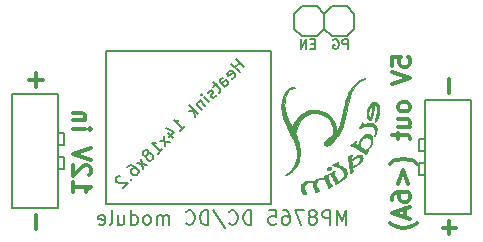
<source format=gbo>
G04 #@! TF.GenerationSoftware,KiCad,Pcbnew,(5.1.5)-1*
G04 #@! TF.CreationDate,2020-06-06T10:03:48+02:00*
G04 #@! TF.ProjectId,MP8765,4d503837-3635-42e6-9b69-6361645f7063,rev?*
G04 #@! TF.SameCoordinates,PXe9a6740PY8f0d180*
G04 #@! TF.FileFunction,Legend,Bot*
G04 #@! TF.FilePolarity,Positive*
%FSLAX45Y45*%
G04 Gerber Fmt 4.5, Leading zero omitted, Abs format (unit mm)*
G04 Created by KiCad (PCBNEW (5.1.5)-1) date 2020-06-06 10:03:48*
%MOMM*%
%LPD*%
G04 APERTURE LIST*
%ADD10C,0.200000*%
%ADD11C,0.150000*%
%ADD12C,0.100000*%
%ADD13C,0.300000*%
G04 APERTURE END LIST*
D10*
X-11611429Y8125714D02*
X-11611429Y8245714D01*
X-11651429Y8160000D01*
X-11691429Y8245714D01*
X-11691429Y8125714D01*
X-11748571Y8125714D02*
X-11748571Y8245714D01*
X-11794286Y8245714D01*
X-11805714Y8240000D01*
X-11811429Y8234286D01*
X-11817143Y8222857D01*
X-11817143Y8205714D01*
X-11811429Y8194286D01*
X-11805714Y8188571D01*
X-11794286Y8182857D01*
X-11748571Y8182857D01*
X-11885714Y8194286D02*
X-11874286Y8200000D01*
X-11868571Y8205714D01*
X-11862857Y8217143D01*
X-11862857Y8222857D01*
X-11868571Y8234286D01*
X-11874286Y8240000D01*
X-11885714Y8245714D01*
X-11908571Y8245714D01*
X-11920000Y8240000D01*
X-11925714Y8234286D01*
X-11931429Y8222857D01*
X-11931429Y8217143D01*
X-11925714Y8205714D01*
X-11920000Y8200000D01*
X-11908571Y8194286D01*
X-11885714Y8194286D01*
X-11874286Y8188571D01*
X-11868571Y8182857D01*
X-11862857Y8171429D01*
X-11862857Y8148571D01*
X-11868571Y8137143D01*
X-11874286Y8131429D01*
X-11885714Y8125714D01*
X-11908571Y8125714D01*
X-11920000Y8131429D01*
X-11925714Y8137143D01*
X-11931429Y8148571D01*
X-11931429Y8171429D01*
X-11925714Y8182857D01*
X-11920000Y8188571D01*
X-11908571Y8194286D01*
X-11971429Y8245714D02*
X-12051429Y8245714D01*
X-12000000Y8125714D01*
X-12148571Y8245714D02*
X-12125714Y8245714D01*
X-12114286Y8240000D01*
X-12108571Y8234286D01*
X-12097143Y8217143D01*
X-12091429Y8194286D01*
X-12091429Y8148571D01*
X-12097143Y8137143D01*
X-12102857Y8131429D01*
X-12114286Y8125714D01*
X-12137143Y8125714D01*
X-12148571Y8131429D01*
X-12154286Y8137143D01*
X-12160000Y8148571D01*
X-12160000Y8177143D01*
X-12154286Y8188571D01*
X-12148571Y8194286D01*
X-12137143Y8200000D01*
X-12114286Y8200000D01*
X-12102857Y8194286D01*
X-12097143Y8188571D01*
X-12091429Y8177143D01*
X-12268571Y8245714D02*
X-12211429Y8245714D01*
X-12205714Y8188571D01*
X-12211429Y8194286D01*
X-12222857Y8200000D01*
X-12251429Y8200000D01*
X-12262857Y8194286D01*
X-12268571Y8188571D01*
X-12274286Y8177143D01*
X-12274286Y8148571D01*
X-12268571Y8137143D01*
X-12262857Y8131429D01*
X-12251429Y8125714D01*
X-12222857Y8125714D01*
X-12211429Y8131429D01*
X-12205714Y8137143D01*
X-12417143Y8125714D02*
X-12417143Y8245714D01*
X-12445714Y8245714D01*
X-12462857Y8240000D01*
X-12474286Y8228571D01*
X-12480000Y8217143D01*
X-12485714Y8194286D01*
X-12485714Y8177143D01*
X-12480000Y8154286D01*
X-12474286Y8142857D01*
X-12462857Y8131429D01*
X-12445714Y8125714D01*
X-12417143Y8125714D01*
X-12605714Y8137143D02*
X-12600000Y8131429D01*
X-12582857Y8125714D01*
X-12571429Y8125714D01*
X-12554286Y8131429D01*
X-12542857Y8142857D01*
X-12537143Y8154286D01*
X-12531429Y8177143D01*
X-12531429Y8194286D01*
X-12537143Y8217143D01*
X-12542857Y8228571D01*
X-12554286Y8240000D01*
X-12571429Y8245714D01*
X-12582857Y8245714D01*
X-12600000Y8240000D01*
X-12605714Y8234286D01*
X-12742857Y8251429D02*
X-12640000Y8097143D01*
X-12782857Y8125714D02*
X-12782857Y8245714D01*
X-12811429Y8245714D01*
X-12828571Y8240000D01*
X-12840000Y8228571D01*
X-12845714Y8217143D01*
X-12851429Y8194286D01*
X-12851429Y8177143D01*
X-12845714Y8154286D01*
X-12840000Y8142857D01*
X-12828571Y8131429D01*
X-12811429Y8125714D01*
X-12782857Y8125714D01*
X-12971429Y8137143D02*
X-12965714Y8131429D01*
X-12948571Y8125714D01*
X-12937143Y8125714D01*
X-12920000Y8131429D01*
X-12908571Y8142857D01*
X-12902857Y8154286D01*
X-12897143Y8177143D01*
X-12897143Y8194286D01*
X-12902857Y8217143D01*
X-12908571Y8228571D01*
X-12920000Y8240000D01*
X-12937143Y8245714D01*
X-12948571Y8245714D01*
X-12965714Y8240000D01*
X-12971429Y8234286D01*
X-13114286Y8125714D02*
X-13114286Y8205714D01*
X-13114286Y8194286D02*
X-13120000Y8200000D01*
X-13131429Y8205714D01*
X-13148571Y8205714D01*
X-13160000Y8200000D01*
X-13165714Y8188571D01*
X-13165714Y8125714D01*
X-13165714Y8188571D02*
X-13171429Y8200000D01*
X-13182857Y8205714D01*
X-13200000Y8205714D01*
X-13211429Y8200000D01*
X-13217143Y8188571D01*
X-13217143Y8125714D01*
X-13291429Y8125714D02*
X-13280000Y8131429D01*
X-13274286Y8137143D01*
X-13268571Y8148571D01*
X-13268571Y8182857D01*
X-13274286Y8194286D01*
X-13280000Y8200000D01*
X-13291429Y8205714D01*
X-13308571Y8205714D01*
X-13320000Y8200000D01*
X-13325714Y8194286D01*
X-13331429Y8182857D01*
X-13331429Y8148571D01*
X-13325714Y8137143D01*
X-13320000Y8131429D01*
X-13308571Y8125714D01*
X-13291429Y8125714D01*
X-13434286Y8125714D02*
X-13434286Y8245714D01*
X-13434286Y8131429D02*
X-13422857Y8125714D01*
X-13400000Y8125714D01*
X-13388571Y8131429D01*
X-13382857Y8137143D01*
X-13377143Y8148571D01*
X-13377143Y8182857D01*
X-13382857Y8194286D01*
X-13388571Y8200000D01*
X-13400000Y8205714D01*
X-13422857Y8205714D01*
X-13434286Y8200000D01*
X-13542857Y8205714D02*
X-13542857Y8125714D01*
X-13491429Y8205714D02*
X-13491429Y8142857D01*
X-13497143Y8131429D01*
X-13508571Y8125714D01*
X-13525714Y8125714D01*
X-13537143Y8131429D01*
X-13542857Y8137143D01*
X-13617143Y8125714D02*
X-13605714Y8131429D01*
X-13600000Y8142857D01*
X-13600000Y8245714D01*
X-13708571Y8131429D02*
X-13697143Y8125714D01*
X-13674286Y8125714D01*
X-13662857Y8131429D01*
X-13657143Y8142857D01*
X-13657143Y8188571D01*
X-13662857Y8200000D01*
X-13674286Y8205714D01*
X-13697143Y8205714D01*
X-13708571Y8200000D01*
X-13714286Y8188571D01*
X-13714286Y8177143D01*
X-13657143Y8165714D01*
D11*
X-13650000Y9600000D02*
X-12250000Y9600000D01*
X-13650000Y8300000D02*
X-13650000Y9600000D01*
X-12250000Y8300000D02*
X-13650000Y8300000D01*
X-12250000Y9600000D02*
X-12250000Y8300000D01*
X-14053000Y8267500D02*
X-14440000Y8267500D01*
X-14440000Y8267500D02*
X-14440000Y9232500D01*
X-14053000Y9232500D02*
X-14440000Y9232500D01*
X-14003000Y8900000D02*
X-14053000Y8900000D01*
X-14003000Y8600000D02*
X-14053000Y8600000D01*
X-14053000Y9232500D02*
X-14053000Y8267500D01*
X-14003000Y8700000D02*
X-14053000Y8700000D01*
X-14003000Y8800000D02*
X-14053000Y8800000D01*
X-14003000Y8600000D02*
X-14003000Y8700000D01*
X-14003000Y8800000D02*
X-14003000Y8900000D01*
X-10997000Y8650000D02*
X-10997000Y8550000D01*
X-10997000Y8850000D02*
X-10997000Y8750000D01*
X-10997000Y8650000D02*
X-10947000Y8650000D01*
X-10997000Y8750000D02*
X-10947000Y8750000D01*
X-10947000Y8217500D02*
X-10947000Y9182500D01*
X-10997000Y8850000D02*
X-10947000Y8850000D01*
X-10997000Y8550000D02*
X-10947000Y8550000D01*
X-10947000Y8217500D02*
X-10560000Y8217500D01*
X-10560000Y9182500D02*
X-10560000Y8217500D01*
X-10947000Y9182500D02*
X-10560000Y9182500D01*
X-11546000Y9913500D02*
X-11609500Y9977000D01*
X-11546000Y9786500D02*
X-11546000Y9913500D01*
X-11609500Y9723000D02*
X-11736500Y9723000D01*
X-11609500Y9977000D02*
X-11736500Y9977000D01*
X-11736500Y9723000D02*
X-11800000Y9786500D01*
X-11546000Y9786500D02*
X-11609500Y9723000D01*
X-11736500Y9977000D02*
X-11800000Y9913500D01*
X-11990500Y9977000D02*
X-12054000Y9913500D01*
X-11800000Y9786500D02*
X-11863500Y9723000D01*
X-11990500Y9723000D02*
X-12054000Y9786500D01*
X-12054000Y9913500D02*
X-12054000Y9786500D01*
X-11863500Y9977000D02*
X-11990500Y9977000D01*
X-11863500Y9723000D02*
X-11990500Y9723000D01*
X-11800000Y9786500D02*
X-11800000Y9913500D01*
X-11800000Y9913500D02*
X-11863500Y9977000D01*
D12*
G36*
X-11369969Y8993209D02*
G01*
X-11366827Y8995560D01*
X-11362917Y9000382D01*
X-11358527Y9007150D01*
X-11353945Y9015342D01*
X-11349458Y9024435D01*
X-11345352Y9033905D01*
X-11341916Y9043230D01*
X-11339435Y9051887D01*
X-11338949Y9054132D01*
X-11337718Y9062701D01*
X-11336859Y9073501D01*
X-11336373Y9085604D01*
X-11336263Y9098079D01*
X-11336531Y9109996D01*
X-11337180Y9120425D01*
X-11338212Y9128436D01*
X-11338766Y9130881D01*
X-11343873Y9144679D01*
X-11350581Y9155082D01*
X-11358908Y9162111D01*
X-11368875Y9165787D01*
X-11371935Y9166215D01*
X-11383639Y9165522D01*
X-11394694Y9161196D01*
X-11405007Y9153326D01*
X-11414485Y9142002D01*
X-11423034Y9127311D01*
X-11430072Y9110700D01*
X-11435774Y9092443D01*
X-11439472Y9074713D01*
X-11441094Y9058162D01*
X-11440568Y9043441D01*
X-11438594Y9033563D01*
X-11434627Y9024711D01*
X-11428963Y9017991D01*
X-11422223Y9013753D01*
X-11415032Y9012348D01*
X-11408011Y9014125D01*
X-11406082Y9015295D01*
X-11400691Y9021123D01*
X-11395874Y9030636D01*
X-11393761Y9037206D01*
X-11413798Y9037206D01*
X-11417506Y9037518D01*
X-11421103Y9041437D01*
X-11421937Y9042922D01*
X-11425097Y9052453D01*
X-11426178Y9064146D01*
X-11425257Y9077081D01*
X-11422415Y9090337D01*
X-11417731Y9102995D01*
X-11416554Y9105425D01*
X-11413133Y9111416D01*
X-11409072Y9117420D01*
X-11404923Y9122766D01*
X-11401237Y9126785D01*
X-11398564Y9128805D01*
X-11397539Y9128564D01*
X-11396731Y9124270D01*
X-11396358Y9117132D01*
X-11396384Y9108040D01*
X-11396775Y9097883D01*
X-11397496Y9087551D01*
X-11398512Y9077934D01*
X-11399788Y9069921D01*
X-11399849Y9069619D01*
X-11403005Y9056707D01*
X-11406448Y9046921D01*
X-11410079Y9040380D01*
X-11413798Y9037206D01*
X-11393761Y9037206D01*
X-11391640Y9043797D01*
X-11388003Y9060570D01*
X-11384971Y9080917D01*
X-11384033Y9089081D01*
X-11381921Y9106333D01*
X-11379670Y9119880D01*
X-11377266Y9129775D01*
X-11374699Y9136072D01*
X-11372992Y9138217D01*
X-11369768Y9138703D01*
X-11365546Y9136382D01*
X-11360981Y9131828D01*
X-11356730Y9125614D01*
X-11355196Y9122647D01*
X-11352079Y9114535D01*
X-11350352Y9106009D01*
X-11350071Y9096581D01*
X-11351288Y9085760D01*
X-11354060Y9073055D01*
X-11358441Y9057977D01*
X-11364394Y9040293D01*
X-11369410Y9024939D01*
X-11372531Y9012644D01*
X-11373788Y9003235D01*
X-11373208Y8996536D01*
X-11372057Y8993850D01*
X-11369969Y8993209D01*
G37*
X-11369969Y8993209D02*
X-11366827Y8995560D01*
X-11362917Y9000382D01*
X-11358527Y9007150D01*
X-11353945Y9015342D01*
X-11349458Y9024435D01*
X-11345352Y9033905D01*
X-11341916Y9043230D01*
X-11339435Y9051887D01*
X-11338949Y9054132D01*
X-11337718Y9062701D01*
X-11336859Y9073501D01*
X-11336373Y9085604D01*
X-11336263Y9098079D01*
X-11336531Y9109996D01*
X-11337180Y9120425D01*
X-11338212Y9128436D01*
X-11338766Y9130881D01*
X-11343873Y9144679D01*
X-11350581Y9155082D01*
X-11358908Y9162111D01*
X-11368875Y9165787D01*
X-11371935Y9166215D01*
X-11383639Y9165522D01*
X-11394694Y9161196D01*
X-11405007Y9153326D01*
X-11414485Y9142002D01*
X-11423034Y9127311D01*
X-11430072Y9110700D01*
X-11435774Y9092443D01*
X-11439472Y9074713D01*
X-11441094Y9058162D01*
X-11440568Y9043441D01*
X-11438594Y9033563D01*
X-11434627Y9024711D01*
X-11428963Y9017991D01*
X-11422223Y9013753D01*
X-11415032Y9012348D01*
X-11408011Y9014125D01*
X-11406082Y9015295D01*
X-11400691Y9021123D01*
X-11395874Y9030636D01*
X-11393761Y9037206D01*
X-11413798Y9037206D01*
X-11417506Y9037518D01*
X-11421103Y9041437D01*
X-11421937Y9042922D01*
X-11425097Y9052453D01*
X-11426178Y9064146D01*
X-11425257Y9077081D01*
X-11422415Y9090337D01*
X-11417731Y9102995D01*
X-11416554Y9105425D01*
X-11413133Y9111416D01*
X-11409072Y9117420D01*
X-11404923Y9122766D01*
X-11401237Y9126785D01*
X-11398564Y9128805D01*
X-11397539Y9128564D01*
X-11396731Y9124270D01*
X-11396358Y9117132D01*
X-11396384Y9108040D01*
X-11396775Y9097883D01*
X-11397496Y9087551D01*
X-11398512Y9077934D01*
X-11399788Y9069921D01*
X-11399849Y9069619D01*
X-11403005Y9056707D01*
X-11406448Y9046921D01*
X-11410079Y9040380D01*
X-11413798Y9037206D01*
X-11393761Y9037206D01*
X-11391640Y9043797D01*
X-11388003Y9060570D01*
X-11384971Y9080917D01*
X-11384033Y9089081D01*
X-11381921Y9106333D01*
X-11379670Y9119880D01*
X-11377266Y9129775D01*
X-11374699Y9136072D01*
X-11372992Y9138217D01*
X-11369768Y9138703D01*
X-11365546Y9136382D01*
X-11360981Y9131828D01*
X-11356730Y9125614D01*
X-11355196Y9122647D01*
X-11352079Y9114535D01*
X-11350352Y9106009D01*
X-11350071Y9096581D01*
X-11351288Y9085760D01*
X-11354060Y9073055D01*
X-11358441Y9057977D01*
X-11364394Y9040293D01*
X-11369410Y9024939D01*
X-11372531Y9012644D01*
X-11373788Y9003235D01*
X-11373208Y8996536D01*
X-11372057Y8993850D01*
X-11369969Y8993209D01*
G36*
X-11375140Y8877166D02*
G01*
X-11373193Y8878432D01*
X-11372943Y8878637D01*
X-11367951Y8884734D01*
X-11363721Y8893702D01*
X-11360393Y8904697D01*
X-11358108Y8916880D01*
X-11357007Y8929409D01*
X-11357231Y8941441D01*
X-11358920Y8952137D01*
X-11360021Y8955803D01*
X-11363265Y8962185D01*
X-11368329Y8969174D01*
X-11371742Y8972936D01*
X-11381644Y8980806D01*
X-11392780Y8985683D01*
X-11405430Y8987597D01*
X-11419874Y8986579D01*
X-11436391Y8982659D01*
X-11442378Y8980722D01*
X-11452955Y8977212D01*
X-11460632Y8975086D01*
X-11466023Y8974388D01*
X-11469746Y8975165D01*
X-11472416Y8977463D01*
X-11474649Y8981328D01*
X-11475497Y8983185D01*
X-11477906Y8988075D01*
X-11479882Y8991133D01*
X-11480566Y8991650D01*
X-11481783Y8990074D01*
X-11484216Y8985829D01*
X-11487506Y8979640D01*
X-11491296Y8972230D01*
X-11495228Y8964322D01*
X-11498941Y8956641D01*
X-11502079Y8949909D01*
X-11504283Y8944851D01*
X-11505195Y8942190D01*
X-11505167Y8941971D01*
X-11503236Y8942355D01*
X-11498540Y8943853D01*
X-11491821Y8946215D01*
X-11485164Y8948683D01*
X-11471285Y8953760D01*
X-11459876Y8957447D01*
X-11450001Y8959950D01*
X-11440723Y8961474D01*
X-11431105Y8962225D01*
X-11422622Y8962406D01*
X-11413539Y8962370D01*
X-11407149Y8962038D01*
X-11402383Y8961211D01*
X-11398175Y8959693D01*
X-11393455Y8957285D01*
X-11392655Y8956844D01*
X-11382694Y8949417D01*
X-11375374Y8939876D01*
X-11371180Y8928891D01*
X-11370762Y8926599D01*
X-11370446Y8920063D01*
X-11370899Y8910892D01*
X-11372022Y8900112D01*
X-11373721Y8888751D01*
X-11374886Y8882526D01*
X-11375602Y8878324D01*
X-11375140Y8877166D01*
G37*
X-11375140Y8877166D02*
X-11373193Y8878432D01*
X-11372943Y8878637D01*
X-11367951Y8884734D01*
X-11363721Y8893702D01*
X-11360393Y8904697D01*
X-11358108Y8916880D01*
X-11357007Y8929409D01*
X-11357231Y8941441D01*
X-11358920Y8952137D01*
X-11360021Y8955803D01*
X-11363265Y8962185D01*
X-11368329Y8969174D01*
X-11371742Y8972936D01*
X-11381644Y8980806D01*
X-11392780Y8985683D01*
X-11405430Y8987597D01*
X-11419874Y8986579D01*
X-11436391Y8982659D01*
X-11442378Y8980722D01*
X-11452955Y8977212D01*
X-11460632Y8975086D01*
X-11466023Y8974388D01*
X-11469746Y8975165D01*
X-11472416Y8977463D01*
X-11474649Y8981328D01*
X-11475497Y8983185D01*
X-11477906Y8988075D01*
X-11479882Y8991133D01*
X-11480566Y8991650D01*
X-11481783Y8990074D01*
X-11484216Y8985829D01*
X-11487506Y8979640D01*
X-11491296Y8972230D01*
X-11495228Y8964322D01*
X-11498941Y8956641D01*
X-11502079Y8949909D01*
X-11504283Y8944851D01*
X-11505195Y8942190D01*
X-11505167Y8941971D01*
X-11503236Y8942355D01*
X-11498540Y8943853D01*
X-11491821Y8946215D01*
X-11485164Y8948683D01*
X-11471285Y8953760D01*
X-11459876Y8957447D01*
X-11450001Y8959950D01*
X-11440723Y8961474D01*
X-11431105Y8962225D01*
X-11422622Y8962406D01*
X-11413539Y8962370D01*
X-11407149Y8962038D01*
X-11402383Y8961211D01*
X-11398175Y8959693D01*
X-11393455Y8957285D01*
X-11392655Y8956844D01*
X-11382694Y8949417D01*
X-11375374Y8939876D01*
X-11371180Y8928891D01*
X-11370762Y8926599D01*
X-11370446Y8920063D01*
X-11370899Y8910892D01*
X-11372022Y8900112D01*
X-11373721Y8888751D01*
X-11374886Y8882526D01*
X-11375602Y8878324D01*
X-11375140Y8877166D01*
G36*
X-11447032Y8719808D02*
G01*
X-11445500Y8721718D01*
X-11442620Y8726060D01*
X-11438930Y8732011D01*
X-11437691Y8734080D01*
X-11433757Y8740996D01*
X-11431742Y8745431D01*
X-11431427Y8747997D01*
X-11432282Y8749137D01*
X-11435324Y8750606D01*
X-11436208Y8750793D01*
X-11435602Y8752036D01*
X-11432842Y8755339D01*
X-11428906Y8759604D01*
X-11452073Y8759604D01*
X-11474029Y8771676D01*
X-11483551Y8777148D01*
X-11490889Y8781856D01*
X-11495611Y8785503D01*
X-11497233Y8787511D01*
X-11498251Y8794040D01*
X-11498085Y8802865D01*
X-11496842Y8812749D01*
X-11494628Y8822453D01*
X-11494054Y8824339D01*
X-11488115Y8838144D01*
X-11480163Y8849387D01*
X-11470584Y8857867D01*
X-11459761Y8863380D01*
X-11448079Y8865726D01*
X-11435922Y8864701D01*
X-11424886Y8860727D01*
X-11414633Y8853799D01*
X-11407511Y8844951D01*
X-11403592Y8834451D01*
X-11402946Y8822567D01*
X-11405644Y8809568D01*
X-11409106Y8800898D01*
X-11416397Y8788510D01*
X-11425737Y8777350D01*
X-11436215Y8768414D01*
X-11441989Y8764884D01*
X-11452073Y8759604D01*
X-11428906Y8759604D01*
X-11428441Y8760109D01*
X-11425860Y8762782D01*
X-11411847Y8779443D01*
X-11401462Y8797091D01*
X-11394692Y8815749D01*
X-11391528Y8835441D01*
X-11391371Y8838311D01*
X-11391378Y8851245D01*
X-11392653Y8861016D01*
X-11393407Y8863769D01*
X-11398862Y8875205D01*
X-11406708Y8884061D01*
X-11416402Y8890114D01*
X-11427401Y8893140D01*
X-11439163Y8892915D01*
X-11451144Y8889215D01*
X-11452993Y8888312D01*
X-11463713Y8881106D01*
X-11474346Y8870854D01*
X-11484440Y8858259D01*
X-11493539Y8844021D01*
X-11501189Y8828840D01*
X-11506936Y8813417D01*
X-11510028Y8800381D01*
X-11511325Y8792555D01*
X-11521469Y8798500D01*
X-11528934Y8803669D01*
X-11533292Y8809097D01*
X-11535041Y8815816D01*
X-11534685Y8824855D01*
X-11534602Y8825537D01*
X-11533255Y8836324D01*
X-11547277Y8823004D01*
X-11554428Y8816611D01*
X-11561855Y8810628D01*
X-11568392Y8805970D01*
X-11570928Y8804443D01*
X-11575936Y8801434D01*
X-11579090Y8798984D01*
X-11579714Y8797840D01*
X-11577489Y8796819D01*
X-11572876Y8795849D01*
X-11570586Y8795543D01*
X-11567386Y8794842D01*
X-11563157Y8793245D01*
X-11557543Y8790558D01*
X-11550186Y8786590D01*
X-11540730Y8781148D01*
X-11528818Y8774040D01*
X-11514569Y8765366D01*
X-11502146Y8757755D01*
X-11490455Y8750594D01*
X-11479969Y8744171D01*
X-11471162Y8738776D01*
X-11464505Y8734700D01*
X-11460472Y8732231D01*
X-11459956Y8731916D01*
X-11455003Y8728201D01*
X-11451295Y8724229D01*
X-11450735Y8723337D01*
X-11448569Y8720392D01*
X-11447032Y8719808D01*
G37*
X-11447032Y8719808D02*
X-11445500Y8721718D01*
X-11442620Y8726060D01*
X-11438930Y8732011D01*
X-11437691Y8734080D01*
X-11433757Y8740996D01*
X-11431742Y8745431D01*
X-11431427Y8747997D01*
X-11432282Y8749137D01*
X-11435324Y8750606D01*
X-11436208Y8750793D01*
X-11435602Y8752036D01*
X-11432842Y8755339D01*
X-11428906Y8759604D01*
X-11452073Y8759604D01*
X-11474029Y8771676D01*
X-11483551Y8777148D01*
X-11490889Y8781856D01*
X-11495611Y8785503D01*
X-11497233Y8787511D01*
X-11498251Y8794040D01*
X-11498085Y8802865D01*
X-11496842Y8812749D01*
X-11494628Y8822453D01*
X-11494054Y8824339D01*
X-11488115Y8838144D01*
X-11480163Y8849387D01*
X-11470584Y8857867D01*
X-11459761Y8863380D01*
X-11448079Y8865726D01*
X-11435922Y8864701D01*
X-11424886Y8860727D01*
X-11414633Y8853799D01*
X-11407511Y8844951D01*
X-11403592Y8834451D01*
X-11402946Y8822567D01*
X-11405644Y8809568D01*
X-11409106Y8800898D01*
X-11416397Y8788510D01*
X-11425737Y8777350D01*
X-11436215Y8768414D01*
X-11441989Y8764884D01*
X-11452073Y8759604D01*
X-11428906Y8759604D01*
X-11428441Y8760109D01*
X-11425860Y8762782D01*
X-11411847Y8779443D01*
X-11401462Y8797091D01*
X-11394692Y8815749D01*
X-11391528Y8835441D01*
X-11391371Y8838311D01*
X-11391378Y8851245D01*
X-11392653Y8861016D01*
X-11393407Y8863769D01*
X-11398862Y8875205D01*
X-11406708Y8884061D01*
X-11416402Y8890114D01*
X-11427401Y8893140D01*
X-11439163Y8892915D01*
X-11451144Y8889215D01*
X-11452993Y8888312D01*
X-11463713Y8881106D01*
X-11474346Y8870854D01*
X-11484440Y8858259D01*
X-11493539Y8844021D01*
X-11501189Y8828840D01*
X-11506936Y8813417D01*
X-11510028Y8800381D01*
X-11511325Y8792555D01*
X-11521469Y8798500D01*
X-11528934Y8803669D01*
X-11533292Y8809097D01*
X-11535041Y8815816D01*
X-11534685Y8824855D01*
X-11534602Y8825537D01*
X-11533255Y8836324D01*
X-11547277Y8823004D01*
X-11554428Y8816611D01*
X-11561855Y8810628D01*
X-11568392Y8805970D01*
X-11570928Y8804443D01*
X-11575936Y8801434D01*
X-11579090Y8798984D01*
X-11579714Y8797840D01*
X-11577489Y8796819D01*
X-11572876Y8795849D01*
X-11570586Y8795543D01*
X-11567386Y8794842D01*
X-11563157Y8793245D01*
X-11557543Y8790558D01*
X-11550186Y8786590D01*
X-11540730Y8781148D01*
X-11528818Y8774040D01*
X-11514569Y8765366D01*
X-11502146Y8757755D01*
X-11490455Y8750594D01*
X-11479969Y8744171D01*
X-11471162Y8738776D01*
X-11464505Y8734700D01*
X-11460472Y8732231D01*
X-11459956Y8731916D01*
X-11455003Y8728201D01*
X-11451295Y8724229D01*
X-11450735Y8723337D01*
X-11448569Y8720392D01*
X-11447032Y8719808D01*
G36*
X-12127916Y8545741D02*
G01*
X-12124343Y8546753D01*
X-12118369Y8549522D01*
X-12110674Y8553645D01*
X-12101941Y8558717D01*
X-12092848Y8564335D01*
X-12084077Y8570097D01*
X-12076309Y8575600D01*
X-12072337Y8578669D01*
X-12054625Y8594572D01*
X-12040258Y8611126D01*
X-12028821Y8628966D01*
X-12019897Y8648726D01*
X-12014019Y8667338D01*
X-12012210Y8674577D01*
X-12010859Y8681277D01*
X-12009880Y8688263D01*
X-12009185Y8696364D01*
X-12008686Y8706406D01*
X-12008297Y8719218D01*
X-12008224Y8722198D01*
X-12008028Y8744064D01*
X-12008607Y8763223D01*
X-12010033Y8780666D01*
X-12012380Y8797382D01*
X-12014571Y8808995D01*
X-12017597Y8822071D01*
X-12021651Y8837328D01*
X-12026349Y8853462D01*
X-12031310Y8869164D01*
X-12036149Y8883128D01*
X-12036798Y8884879D01*
X-12043425Y8902574D01*
X-12038825Y8919361D01*
X-12029203Y8948510D01*
X-12016985Y8975058D01*
X-12002037Y8999247D01*
X-11984224Y9021322D01*
X-11980515Y9025285D01*
X-11962630Y9041887D01*
X-11944182Y9054828D01*
X-11925020Y9064145D01*
X-11904989Y9069874D01*
X-11883936Y9072052D01*
X-11861710Y9070714D01*
X-11838156Y9065896D01*
X-11825259Y9062004D01*
X-11807792Y9055175D01*
X-11792917Y9046962D01*
X-11779528Y9036669D01*
X-11769873Y9027247D01*
X-11754985Y9008791D01*
X-11743131Y8988371D01*
X-11734508Y8966453D01*
X-11729316Y8943502D01*
X-11727890Y8928622D01*
X-11727670Y8916328D01*
X-11728124Y8905434D01*
X-11729204Y8897093D01*
X-11729218Y8897025D01*
X-11731486Y8886123D01*
X-11753443Y8869892D01*
X-11769723Y8857151D01*
X-11783029Y8845227D01*
X-11793247Y8834250D01*
X-11800267Y8824348D01*
X-11803974Y8815650D01*
X-11804563Y8811188D01*
X-11803271Y8807302D01*
X-11799995Y8802500D01*
X-11798166Y8800493D01*
X-11792581Y8796138D01*
X-11786515Y8794204D01*
X-11779310Y8794693D01*
X-11770304Y8797609D01*
X-11763465Y8800667D01*
X-11744848Y8811516D01*
X-11728886Y8824887D01*
X-11715765Y8840603D01*
X-11707875Y8853870D01*
X-11703898Y8860137D01*
X-11697677Y8867979D01*
X-11689875Y8876586D01*
X-11686311Y8880211D01*
X-11672950Y8894787D01*
X-11662357Y8909558D01*
X-11653742Y8925764D01*
X-11647430Y8941478D01*
X-11644634Y8949512D01*
X-11642116Y8957300D01*
X-11639743Y8965379D01*
X-11637380Y8974285D01*
X-11634895Y8984554D01*
X-11632154Y8996724D01*
X-11629023Y9011329D01*
X-11625369Y9028907D01*
X-11623941Y9035867D01*
X-11616967Y9069539D01*
X-11610526Y9099758D01*
X-11604544Y9126782D01*
X-11598945Y9150871D01*
X-11593655Y9172285D01*
X-11588600Y9191283D01*
X-11583705Y9208124D01*
X-11578896Y9223068D01*
X-11574097Y9236376D01*
X-11569235Y9248305D01*
X-11564234Y9259116D01*
X-11559021Y9269069D01*
X-11554918Y9276141D01*
X-11541674Y9296145D01*
X-11527934Y9312910D01*
X-11513146Y9326959D01*
X-11496762Y9338815D01*
X-11478565Y9348840D01*
X-11470443Y9352866D01*
X-11463283Y9356594D01*
X-11457951Y9359563D01*
X-11455548Y9361108D01*
X-11453044Y9363283D01*
X-11453788Y9364021D01*
X-11456630Y9364125D01*
X-11461707Y9363411D01*
X-11469181Y9361407D01*
X-11478056Y9358451D01*
X-11487337Y9354880D01*
X-11496028Y9351032D01*
X-11497881Y9350123D01*
X-11520816Y9336519D01*
X-11541608Y9319837D01*
X-11560212Y9300127D01*
X-11576580Y9277437D01*
X-11588149Y9256941D01*
X-11595171Y9242007D01*
X-11601699Y9225915D01*
X-11607884Y9208189D01*
X-11613874Y9188353D01*
X-11619819Y9165930D01*
X-11625869Y9140445D01*
X-11628620Y9128059D01*
X-11632610Y9110104D01*
X-11636934Y9091261D01*
X-11641466Y9072021D01*
X-11646084Y9052880D01*
X-11650663Y9034330D01*
X-11655081Y9016866D01*
X-11659212Y9000981D01*
X-11662934Y8987168D01*
X-11666123Y8975922D01*
X-11668656Y8967735D01*
X-11669162Y8966252D01*
X-11675067Y8951011D01*
X-11681342Y8937681D01*
X-11687624Y8926997D01*
X-11690448Y8923134D01*
X-11694832Y8917645D01*
X-11696037Y8931600D01*
X-11699708Y8953612D01*
X-11706983Y8976523D01*
X-11713199Y8990942D01*
X-11726260Y9014801D01*
X-11741505Y9035659D01*
X-11759018Y9053575D01*
X-11778882Y9068613D01*
X-11801182Y9080834D01*
X-11826000Y9090300D01*
X-11853421Y9097072D01*
X-11857961Y9097894D01*
X-11883424Y9100529D01*
X-11907985Y9099536D01*
X-11931540Y9094962D01*
X-11953984Y9086856D01*
X-11975213Y9075268D01*
X-11995122Y9060245D01*
X-12013607Y9041836D01*
X-12030562Y9020091D01*
X-12032986Y9016515D01*
X-12043255Y8999775D01*
X-12052473Y8982203D01*
X-12059976Y8965125D01*
X-12063192Y8956237D01*
X-12064505Y8952190D01*
X-12065601Y8949530D01*
X-12066794Y8948542D01*
X-12068398Y8949511D01*
X-12070727Y8952722D01*
X-12074094Y8958460D01*
X-12078813Y8967009D01*
X-12082519Y8973778D01*
X-12095353Y8997751D01*
X-12106105Y9019149D01*
X-12114945Y9038411D01*
X-12122046Y9055975D01*
X-12127577Y9072281D01*
X-12131710Y9087767D01*
X-12134615Y9102873D01*
X-12135626Y9110136D01*
X-12137608Y9139772D01*
X-12136079Y9168179D01*
X-12131007Y9195567D01*
X-12122358Y9222147D01*
X-12115276Y9238126D01*
X-12106812Y9253137D01*
X-12097709Y9264609D01*
X-12087694Y9272750D01*
X-12076496Y9277765D01*
X-12063843Y9279860D01*
X-12060246Y9279953D01*
X-12053949Y9280400D01*
X-12051192Y9281762D01*
X-12051037Y9282357D01*
X-12051738Y9284386D01*
X-12054313Y9285888D01*
X-12059468Y9287155D01*
X-12064637Y9288007D01*
X-12074837Y9288007D01*
X-12086148Y9285493D01*
X-12097271Y9280843D01*
X-12104158Y9276583D01*
X-12115044Y9266765D01*
X-12125441Y9253665D01*
X-12135108Y9237756D01*
X-12143804Y9219510D01*
X-12151286Y9199402D01*
X-12157313Y9177902D01*
X-12159329Y9168684D01*
X-12160739Y9158538D01*
X-12161595Y9145571D01*
X-12161921Y9130680D01*
X-12161739Y9114765D01*
X-12161072Y9098721D01*
X-12159942Y9083447D01*
X-12158374Y9069841D01*
X-12156552Y9059519D01*
X-12152676Y9043865D01*
X-12147877Y9027933D01*
X-12141973Y9011284D01*
X-12134781Y8993474D01*
X-12126117Y8974064D01*
X-12115800Y8952612D01*
X-12103647Y8928676D01*
X-12097579Y8917070D01*
X-12086823Y8896564D01*
X-12077699Y8878921D01*
X-12070025Y8863707D01*
X-12063621Y8850489D01*
X-12058303Y8838831D01*
X-12053891Y8828301D01*
X-12050203Y8818465D01*
X-12047057Y8808888D01*
X-12044272Y8799137D01*
X-12041666Y8788778D01*
X-12039057Y8777376D01*
X-12039010Y8777163D01*
X-12033634Y8746677D01*
X-12031456Y8718130D01*
X-12032511Y8691421D01*
X-12036833Y8666451D01*
X-12044458Y8643118D01*
X-12055419Y8621323D01*
X-12069752Y8600966D01*
X-12087492Y8581946D01*
X-12108673Y8564165D01*
X-12114537Y8559882D01*
X-12122605Y8553963D01*
X-12127639Y8549795D01*
X-12129824Y8547181D01*
X-12129348Y8545925D01*
X-12127916Y8545741D01*
G37*
X-12127916Y8545741D02*
X-12124343Y8546753D01*
X-12118369Y8549522D01*
X-12110674Y8553645D01*
X-12101941Y8558717D01*
X-12092848Y8564335D01*
X-12084077Y8570097D01*
X-12076309Y8575600D01*
X-12072337Y8578669D01*
X-12054625Y8594572D01*
X-12040258Y8611126D01*
X-12028821Y8628966D01*
X-12019897Y8648726D01*
X-12014019Y8667338D01*
X-12012210Y8674577D01*
X-12010859Y8681277D01*
X-12009880Y8688263D01*
X-12009185Y8696364D01*
X-12008686Y8706406D01*
X-12008297Y8719218D01*
X-12008224Y8722198D01*
X-12008028Y8744064D01*
X-12008607Y8763223D01*
X-12010033Y8780666D01*
X-12012380Y8797382D01*
X-12014571Y8808995D01*
X-12017597Y8822071D01*
X-12021651Y8837328D01*
X-12026349Y8853462D01*
X-12031310Y8869164D01*
X-12036149Y8883128D01*
X-12036798Y8884879D01*
X-12043425Y8902574D01*
X-12038825Y8919361D01*
X-12029203Y8948510D01*
X-12016985Y8975058D01*
X-12002037Y8999247D01*
X-11984224Y9021322D01*
X-11980515Y9025285D01*
X-11962630Y9041887D01*
X-11944182Y9054828D01*
X-11925020Y9064145D01*
X-11904989Y9069874D01*
X-11883936Y9072052D01*
X-11861710Y9070714D01*
X-11838156Y9065896D01*
X-11825259Y9062004D01*
X-11807792Y9055175D01*
X-11792917Y9046962D01*
X-11779528Y9036669D01*
X-11769873Y9027247D01*
X-11754985Y9008791D01*
X-11743131Y8988371D01*
X-11734508Y8966453D01*
X-11729316Y8943502D01*
X-11727890Y8928622D01*
X-11727670Y8916328D01*
X-11728124Y8905434D01*
X-11729204Y8897093D01*
X-11729218Y8897025D01*
X-11731486Y8886123D01*
X-11753443Y8869892D01*
X-11769723Y8857151D01*
X-11783029Y8845227D01*
X-11793247Y8834250D01*
X-11800267Y8824348D01*
X-11803974Y8815650D01*
X-11804563Y8811188D01*
X-11803271Y8807302D01*
X-11799995Y8802500D01*
X-11798166Y8800493D01*
X-11792581Y8796138D01*
X-11786515Y8794204D01*
X-11779310Y8794693D01*
X-11770304Y8797609D01*
X-11763465Y8800667D01*
X-11744848Y8811516D01*
X-11728886Y8824887D01*
X-11715765Y8840603D01*
X-11707875Y8853870D01*
X-11703898Y8860137D01*
X-11697677Y8867979D01*
X-11689875Y8876586D01*
X-11686311Y8880211D01*
X-11672950Y8894787D01*
X-11662357Y8909558D01*
X-11653742Y8925764D01*
X-11647430Y8941478D01*
X-11644634Y8949512D01*
X-11642116Y8957300D01*
X-11639743Y8965379D01*
X-11637380Y8974285D01*
X-11634895Y8984554D01*
X-11632154Y8996724D01*
X-11629023Y9011329D01*
X-11625369Y9028907D01*
X-11623941Y9035867D01*
X-11616967Y9069539D01*
X-11610526Y9099758D01*
X-11604544Y9126782D01*
X-11598945Y9150871D01*
X-11593655Y9172285D01*
X-11588600Y9191283D01*
X-11583705Y9208124D01*
X-11578896Y9223068D01*
X-11574097Y9236376D01*
X-11569235Y9248305D01*
X-11564234Y9259116D01*
X-11559021Y9269069D01*
X-11554918Y9276141D01*
X-11541674Y9296145D01*
X-11527934Y9312910D01*
X-11513146Y9326959D01*
X-11496762Y9338815D01*
X-11478565Y9348840D01*
X-11470443Y9352866D01*
X-11463283Y9356594D01*
X-11457951Y9359563D01*
X-11455548Y9361108D01*
X-11453044Y9363283D01*
X-11453788Y9364021D01*
X-11456630Y9364125D01*
X-11461707Y9363411D01*
X-11469181Y9361407D01*
X-11478056Y9358451D01*
X-11487337Y9354880D01*
X-11496028Y9351032D01*
X-11497881Y9350123D01*
X-11520816Y9336519D01*
X-11541608Y9319837D01*
X-11560212Y9300127D01*
X-11576580Y9277437D01*
X-11588149Y9256941D01*
X-11595171Y9242007D01*
X-11601699Y9225915D01*
X-11607884Y9208189D01*
X-11613874Y9188353D01*
X-11619819Y9165930D01*
X-11625869Y9140445D01*
X-11628620Y9128059D01*
X-11632610Y9110104D01*
X-11636934Y9091261D01*
X-11641466Y9072021D01*
X-11646084Y9052880D01*
X-11650663Y9034330D01*
X-11655081Y9016866D01*
X-11659212Y9000981D01*
X-11662934Y8987168D01*
X-11666123Y8975922D01*
X-11668656Y8967735D01*
X-11669162Y8966252D01*
X-11675067Y8951011D01*
X-11681342Y8937681D01*
X-11687624Y8926997D01*
X-11690448Y8923134D01*
X-11694832Y8917645D01*
X-11696037Y8931600D01*
X-11699708Y8953612D01*
X-11706983Y8976523D01*
X-11713199Y8990942D01*
X-11726260Y9014801D01*
X-11741505Y9035659D01*
X-11759018Y9053575D01*
X-11778882Y9068613D01*
X-11801182Y9080834D01*
X-11826000Y9090300D01*
X-11853421Y9097072D01*
X-11857961Y9097894D01*
X-11883424Y9100529D01*
X-11907985Y9099536D01*
X-11931540Y9094962D01*
X-11953984Y9086856D01*
X-11975213Y9075268D01*
X-11995122Y9060245D01*
X-12013607Y9041836D01*
X-12030562Y9020091D01*
X-12032986Y9016515D01*
X-12043255Y8999775D01*
X-12052473Y8982203D01*
X-12059976Y8965125D01*
X-12063192Y8956237D01*
X-12064505Y8952190D01*
X-12065601Y8949530D01*
X-12066794Y8948542D01*
X-12068398Y8949511D01*
X-12070727Y8952722D01*
X-12074094Y8958460D01*
X-12078813Y8967009D01*
X-12082519Y8973778D01*
X-12095353Y8997751D01*
X-12106105Y9019149D01*
X-12114945Y9038411D01*
X-12122046Y9055975D01*
X-12127577Y9072281D01*
X-12131710Y9087767D01*
X-12134615Y9102873D01*
X-12135626Y9110136D01*
X-12137608Y9139772D01*
X-12136079Y9168179D01*
X-12131007Y9195567D01*
X-12122358Y9222147D01*
X-12115276Y9238126D01*
X-12106812Y9253137D01*
X-12097709Y9264609D01*
X-12087694Y9272750D01*
X-12076496Y9277765D01*
X-12063843Y9279860D01*
X-12060246Y9279953D01*
X-12053949Y9280400D01*
X-12051192Y9281762D01*
X-12051037Y9282357D01*
X-12051738Y9284386D01*
X-12054313Y9285888D01*
X-12059468Y9287155D01*
X-12064637Y9288007D01*
X-12074837Y9288007D01*
X-12086148Y9285493D01*
X-12097271Y9280843D01*
X-12104158Y9276583D01*
X-12115044Y9266765D01*
X-12125441Y9253665D01*
X-12135108Y9237756D01*
X-12143804Y9219510D01*
X-12151286Y9199402D01*
X-12157313Y9177902D01*
X-12159329Y9168684D01*
X-12160739Y9158538D01*
X-12161595Y9145571D01*
X-12161921Y9130680D01*
X-12161739Y9114765D01*
X-12161072Y9098721D01*
X-12159942Y9083447D01*
X-12158374Y9069841D01*
X-12156552Y9059519D01*
X-12152676Y9043865D01*
X-12147877Y9027933D01*
X-12141973Y9011284D01*
X-12134781Y8993474D01*
X-12126117Y8974064D01*
X-12115800Y8952612D01*
X-12103647Y8928676D01*
X-12097579Y8917070D01*
X-12086823Y8896564D01*
X-12077699Y8878921D01*
X-12070025Y8863707D01*
X-12063621Y8850489D01*
X-12058303Y8838831D01*
X-12053891Y8828301D01*
X-12050203Y8818465D01*
X-12047057Y8808888D01*
X-12044272Y8799137D01*
X-12041666Y8788778D01*
X-12039057Y8777376D01*
X-12039010Y8777163D01*
X-12033634Y8746677D01*
X-12031456Y8718130D01*
X-12032511Y8691421D01*
X-12036833Y8666451D01*
X-12044458Y8643118D01*
X-12055419Y8621323D01*
X-12069752Y8600966D01*
X-12087492Y8581946D01*
X-12108673Y8564165D01*
X-12114537Y8559882D01*
X-12122605Y8553963D01*
X-12127639Y8549795D01*
X-12129824Y8547181D01*
X-12129348Y8545925D01*
X-12127916Y8545741D01*
G36*
X-11581395Y8559021D02*
G01*
X-11579771Y8559841D01*
X-11576200Y8562759D01*
X-11571378Y8567194D01*
X-11570103Y8568429D01*
X-11559632Y8578667D01*
X-11560872Y8594578D01*
X-11561476Y8602034D01*
X-11562008Y8608046D01*
X-11562378Y8611630D01*
X-11562452Y8612124D01*
X-11560931Y8613341D01*
X-11556574Y8615212D01*
X-11550181Y8617414D01*
X-11546865Y8618423D01*
X-11538105Y8621368D01*
X-11562330Y8621368D01*
X-11563147Y8621668D01*
X-11563853Y8623837D01*
X-11564981Y8628938D01*
X-11566372Y8636186D01*
X-11567724Y8643963D01*
X-11571258Y8665215D01*
X-11561023Y8674906D01*
X-11551682Y8682637D01*
X-11541632Y8689055D01*
X-11531512Y8693921D01*
X-11521960Y8696998D01*
X-11513614Y8698046D01*
X-11507114Y8696828D01*
X-11505271Y8695729D01*
X-11500222Y8689573D01*
X-11498118Y8681527D01*
X-11499019Y8672123D01*
X-11501652Y8664614D01*
X-11506558Y8656705D01*
X-11513994Y8648245D01*
X-11523018Y8640138D01*
X-11532689Y8633289D01*
X-11536527Y8631104D01*
X-11544844Y8627038D01*
X-11552407Y8623886D01*
X-11558481Y8621909D01*
X-11562330Y8621368D01*
X-11538105Y8621368D01*
X-11532739Y8623171D01*
X-11521055Y8628664D01*
X-11510491Y8635645D01*
X-11499728Y8644860D01*
X-11499410Y8645158D01*
X-11488232Y8657195D01*
X-11480625Y8669044D01*
X-11476432Y8681011D01*
X-11475431Y8691386D01*
X-11475823Y8698280D01*
X-11476703Y8704168D01*
X-11477556Y8706979D01*
X-11481343Y8711247D01*
X-11487490Y8714728D01*
X-11494593Y8716726D01*
X-11497652Y8716956D01*
X-11506852Y8715581D01*
X-11517882Y8711671D01*
X-11530125Y8705549D01*
X-11542964Y8697537D01*
X-11555779Y8687958D01*
X-11559970Y8684445D01*
X-11572200Y8673891D01*
X-11574622Y8681782D01*
X-11576203Y8691087D01*
X-11574629Y8699418D01*
X-11569691Y8707583D01*
X-11567140Y8710539D01*
X-11562992Y8715307D01*
X-11561510Y8717899D01*
X-11562858Y8718408D01*
X-11567199Y8716929D01*
X-11573424Y8714152D01*
X-11580327Y8711510D01*
X-11587141Y8709802D01*
X-11590544Y8709448D01*
X-11597600Y8709430D01*
X-11597600Y8696605D01*
X-11597298Y8690138D01*
X-11596466Y8680996D01*
X-11595219Y8670212D01*
X-11593667Y8658818D01*
X-11592949Y8654073D01*
X-11591050Y8641063D01*
X-11589061Y8625942D01*
X-11587186Y8610350D01*
X-11585629Y8595926D01*
X-11585257Y8592109D01*
X-11584217Y8581510D01*
X-11583233Y8572278D01*
X-11582378Y8565038D01*
X-11581725Y8560416D01*
X-11581395Y8559021D01*
G37*
X-11581395Y8559021D02*
X-11579771Y8559841D01*
X-11576200Y8562759D01*
X-11571378Y8567194D01*
X-11570103Y8568429D01*
X-11559632Y8578667D01*
X-11560872Y8594578D01*
X-11561476Y8602034D01*
X-11562008Y8608046D01*
X-11562378Y8611630D01*
X-11562452Y8612124D01*
X-11560931Y8613341D01*
X-11556574Y8615212D01*
X-11550181Y8617414D01*
X-11546865Y8618423D01*
X-11538105Y8621368D01*
X-11562330Y8621368D01*
X-11563147Y8621668D01*
X-11563853Y8623837D01*
X-11564981Y8628938D01*
X-11566372Y8636186D01*
X-11567724Y8643963D01*
X-11571258Y8665215D01*
X-11561023Y8674906D01*
X-11551682Y8682637D01*
X-11541632Y8689055D01*
X-11531512Y8693921D01*
X-11521960Y8696998D01*
X-11513614Y8698046D01*
X-11507114Y8696828D01*
X-11505271Y8695729D01*
X-11500222Y8689573D01*
X-11498118Y8681527D01*
X-11499019Y8672123D01*
X-11501652Y8664614D01*
X-11506558Y8656705D01*
X-11513994Y8648245D01*
X-11523018Y8640138D01*
X-11532689Y8633289D01*
X-11536527Y8631104D01*
X-11544844Y8627038D01*
X-11552407Y8623886D01*
X-11558481Y8621909D01*
X-11562330Y8621368D01*
X-11538105Y8621368D01*
X-11532739Y8623171D01*
X-11521055Y8628664D01*
X-11510491Y8635645D01*
X-11499728Y8644860D01*
X-11499410Y8645158D01*
X-11488232Y8657195D01*
X-11480625Y8669044D01*
X-11476432Y8681011D01*
X-11475431Y8691386D01*
X-11475823Y8698280D01*
X-11476703Y8704168D01*
X-11477556Y8706979D01*
X-11481343Y8711247D01*
X-11487490Y8714728D01*
X-11494593Y8716726D01*
X-11497652Y8716956D01*
X-11506852Y8715581D01*
X-11517882Y8711671D01*
X-11530125Y8705549D01*
X-11542964Y8697537D01*
X-11555779Y8687958D01*
X-11559970Y8684445D01*
X-11572200Y8673891D01*
X-11574622Y8681782D01*
X-11576203Y8691087D01*
X-11574629Y8699418D01*
X-11569691Y8707583D01*
X-11567140Y8710539D01*
X-11562992Y8715307D01*
X-11561510Y8717899D01*
X-11562858Y8718408D01*
X-11567199Y8716929D01*
X-11573424Y8714152D01*
X-11580327Y8711510D01*
X-11587141Y8709802D01*
X-11590544Y8709448D01*
X-11597600Y8709430D01*
X-11597600Y8696605D01*
X-11597298Y8690138D01*
X-11596466Y8680996D01*
X-11595219Y8670212D01*
X-11593667Y8658818D01*
X-11592949Y8654073D01*
X-11591050Y8641063D01*
X-11589061Y8625942D01*
X-11587186Y8610350D01*
X-11585629Y8595926D01*
X-11585257Y8592109D01*
X-11584217Y8581510D01*
X-11583233Y8572278D01*
X-11582378Y8565038D01*
X-11581725Y8560416D01*
X-11581395Y8559021D01*
G36*
X-11670037Y8494306D02*
G01*
X-11663017Y8495440D01*
X-11656205Y8497685D01*
X-11647855Y8502170D01*
X-11638901Y8508298D01*
X-11630278Y8515473D01*
X-11627536Y8518096D01*
X-11618116Y8529850D01*
X-11611892Y8542872D01*
X-11608966Y8556621D01*
X-11609439Y8570552D01*
X-11613413Y8584123D01*
X-11614675Y8586823D01*
X-11619467Y8595089D01*
X-11625152Y8601994D01*
X-11632339Y8607992D01*
X-11641632Y8613536D01*
X-11653639Y8619079D01*
X-11662627Y8622681D01*
X-11673142Y8627239D01*
X-11680709Y8631621D01*
X-11685053Y8635644D01*
X-11686030Y8638259D01*
X-11685522Y8641269D01*
X-11684262Y8646182D01*
X-11683847Y8647605D01*
X-11682685Y8652394D01*
X-11682451Y8655449D01*
X-11682603Y8655830D01*
X-11684535Y8655390D01*
X-11689231Y8653553D01*
X-11696076Y8650579D01*
X-11704455Y8646731D01*
X-11708775Y8644682D01*
X-11718147Y8640044D01*
X-11725281Y8636207D01*
X-11729814Y8633382D01*
X-11731382Y8631783D01*
X-11731185Y8631560D01*
X-11728286Y8630512D01*
X-11722750Y8628523D01*
X-11715483Y8625919D01*
X-11710309Y8624067D01*
X-11697330Y8619199D01*
X-11686839Y8614667D01*
X-11677668Y8609901D01*
X-11668652Y8604332D01*
X-11665333Y8602099D01*
X-11651385Y8591015D01*
X-11640998Y8579324D01*
X-11634229Y8567112D01*
X-11631135Y8554462D01*
X-11630929Y8550189D01*
X-11631737Y8542530D01*
X-11634384Y8534997D01*
X-11639204Y8527028D01*
X-11646530Y8518060D01*
X-11655613Y8508601D01*
X-11670037Y8494306D01*
G37*
X-11670037Y8494306D02*
X-11663017Y8495440D01*
X-11656205Y8497685D01*
X-11647855Y8502170D01*
X-11638901Y8508298D01*
X-11630278Y8515473D01*
X-11627536Y8518096D01*
X-11618116Y8529850D01*
X-11611892Y8542872D01*
X-11608966Y8556621D01*
X-11609439Y8570552D01*
X-11613413Y8584123D01*
X-11614675Y8586823D01*
X-11619467Y8595089D01*
X-11625152Y8601994D01*
X-11632339Y8607992D01*
X-11641632Y8613536D01*
X-11653639Y8619079D01*
X-11662627Y8622681D01*
X-11673142Y8627239D01*
X-11680709Y8631621D01*
X-11685053Y8635644D01*
X-11686030Y8638259D01*
X-11685522Y8641269D01*
X-11684262Y8646182D01*
X-11683847Y8647605D01*
X-11682685Y8652394D01*
X-11682451Y8655449D01*
X-11682603Y8655830D01*
X-11684535Y8655390D01*
X-11689231Y8653553D01*
X-11696076Y8650579D01*
X-11704455Y8646731D01*
X-11708775Y8644682D01*
X-11718147Y8640044D01*
X-11725281Y8636207D01*
X-11729814Y8633382D01*
X-11731382Y8631783D01*
X-11731185Y8631560D01*
X-11728286Y8630512D01*
X-11722750Y8628523D01*
X-11715483Y8625919D01*
X-11710309Y8624067D01*
X-11697330Y8619199D01*
X-11686839Y8614667D01*
X-11677668Y8609901D01*
X-11668652Y8604332D01*
X-11665333Y8602099D01*
X-11651385Y8591015D01*
X-11640998Y8579324D01*
X-11634229Y8567112D01*
X-11631135Y8554462D01*
X-11630929Y8550189D01*
X-11631737Y8542530D01*
X-11634384Y8534997D01*
X-11639204Y8527028D01*
X-11646530Y8518060D01*
X-11655613Y8508601D01*
X-11670037Y8494306D01*
G36*
X-11705275Y8470481D02*
G01*
X-11702913Y8471410D01*
X-11698308Y8473830D01*
X-11692383Y8477193D01*
X-11686058Y8480954D01*
X-11680255Y8484563D01*
X-11675894Y8487475D01*
X-11673902Y8489131D01*
X-11674529Y8490981D01*
X-11676779Y8492168D01*
X-11679118Y8494147D01*
X-11683039Y8498829D01*
X-11688182Y8505696D01*
X-11694185Y8514228D01*
X-11700689Y8523907D01*
X-11707333Y8534213D01*
X-11713756Y8544627D01*
X-11716967Y8550046D01*
X-11720580Y8558209D01*
X-11720951Y8565477D01*
X-11718011Y8572826D01*
X-11715081Y8577098D01*
X-11712577Y8580900D01*
X-11711873Y8583128D01*
X-11712216Y8583370D01*
X-11714605Y8582410D01*
X-11719236Y8579862D01*
X-11725222Y8576224D01*
X-11726893Y8575158D01*
X-11733855Y8570780D01*
X-11740428Y8566819D01*
X-11745321Y8564053D01*
X-11745767Y8563821D01*
X-11749790Y8561265D01*
X-11751822Y8558996D01*
X-11751881Y8558684D01*
X-11750958Y8556559D01*
X-11748366Y8551684D01*
X-11744375Y8544535D01*
X-11739252Y8535590D01*
X-11733267Y8525324D01*
X-11729304Y8518612D01*
X-11721829Y8505792D01*
X-11715659Y8494758D01*
X-11710969Y8485846D01*
X-11707937Y8479393D01*
X-11706738Y8475735D01*
X-11706726Y8475517D01*
X-11706259Y8471823D01*
X-11705275Y8470481D01*
G37*
X-11705275Y8470481D02*
X-11702913Y8471410D01*
X-11698308Y8473830D01*
X-11692383Y8477193D01*
X-11686058Y8480954D01*
X-11680255Y8484563D01*
X-11675894Y8487475D01*
X-11673902Y8489131D01*
X-11674529Y8490981D01*
X-11676779Y8492168D01*
X-11679118Y8494147D01*
X-11683039Y8498829D01*
X-11688182Y8505696D01*
X-11694185Y8514228D01*
X-11700689Y8523907D01*
X-11707333Y8534213D01*
X-11713756Y8544627D01*
X-11716967Y8550046D01*
X-11720580Y8558209D01*
X-11720951Y8565477D01*
X-11718011Y8572826D01*
X-11715081Y8577098D01*
X-11712577Y8580900D01*
X-11711873Y8583128D01*
X-11712216Y8583370D01*
X-11714605Y8582410D01*
X-11719236Y8579862D01*
X-11725222Y8576224D01*
X-11726893Y8575158D01*
X-11733855Y8570780D01*
X-11740428Y8566819D01*
X-11745321Y8564053D01*
X-11745767Y8563821D01*
X-11749790Y8561265D01*
X-11751822Y8558996D01*
X-11751881Y8558684D01*
X-11750958Y8556559D01*
X-11748366Y8551684D01*
X-11744375Y8544535D01*
X-11739252Y8535590D01*
X-11733267Y8525324D01*
X-11729304Y8518612D01*
X-11721829Y8505792D01*
X-11715659Y8494758D01*
X-11710969Y8485846D01*
X-11707937Y8479393D01*
X-11706738Y8475735D01*
X-11706726Y8475517D01*
X-11706259Y8471823D01*
X-11705275Y8470481D01*
G36*
X-11980963Y8385301D02*
G01*
X-11966765Y8386502D01*
X-11959867Y8387175D01*
X-11954581Y8387862D01*
X-11951892Y8388430D01*
X-11951762Y8388507D01*
X-11952290Y8390357D01*
X-11954497Y8394284D01*
X-11956858Y8397892D01*
X-11962631Y8407447D01*
X-11966324Y8416806D01*
X-11968316Y8427268D01*
X-11968978Y8439437D01*
X-11968952Y8448063D01*
X-11968473Y8454121D01*
X-11967330Y8458798D01*
X-11965311Y8463282D01*
X-11964464Y8464837D01*
X-11956981Y8474454D01*
X-11946672Y8481763D01*
X-11933762Y8486660D01*
X-11918473Y8489044D01*
X-11911244Y8489271D01*
X-11902519Y8489191D01*
X-11896911Y8488565D01*
X-11893777Y8486743D01*
X-11892472Y8483075D01*
X-11892353Y8476910D01*
X-11892643Y8470491D01*
X-11891750Y8451479D01*
X-11887193Y8432873D01*
X-11880730Y8417847D01*
X-11876969Y8410660D01*
X-11874070Y8406320D01*
X-11871112Y8404361D01*
X-11867174Y8404316D01*
X-11861333Y8405720D01*
X-11858386Y8406546D01*
X-11851866Y8408471D01*
X-11846886Y8410119D01*
X-11844456Y8411154D01*
X-11844404Y8411198D01*
X-11844955Y8413026D01*
X-11847522Y8416474D01*
X-11849166Y8418299D01*
X-11856484Y8428160D01*
X-11862468Y8440404D01*
X-11866630Y8453744D01*
X-11868483Y8466896D01*
X-11868533Y8469241D01*
X-11866904Y8482157D01*
X-11862021Y8493185D01*
X-11853893Y8502313D01*
X-11842530Y8509531D01*
X-11836548Y8512082D01*
X-11827835Y8514511D01*
X-11818447Y8515768D01*
X-11809627Y8515793D01*
X-11802623Y8514529D01*
X-11800797Y8513754D01*
X-11798505Y8511262D01*
X-11795092Y8505972D01*
X-11790889Y8498559D01*
X-11786224Y8489698D01*
X-11781426Y8480063D01*
X-11776824Y8470331D01*
X-11772748Y8461174D01*
X-11769527Y8453269D01*
X-11767490Y8447291D01*
X-11766933Y8444320D01*
X-11766933Y8438739D01*
X-11750470Y8446305D01*
X-11743198Y8449725D01*
X-11737207Y8452690D01*
X-11733337Y8454774D01*
X-11732411Y8455399D01*
X-11732745Y8457153D01*
X-11735724Y8459330D01*
X-11736006Y8459472D01*
X-11738489Y8461362D01*
X-11741489Y8465034D01*
X-11745261Y8470889D01*
X-11750060Y8479326D01*
X-11756141Y8490745D01*
X-11756856Y8492119D01*
X-11761912Y8502052D01*
X-11766292Y8511066D01*
X-11769712Y8518543D01*
X-11771887Y8523863D01*
X-11772547Y8526265D01*
X-11771712Y8530004D01*
X-11769508Y8535678D01*
X-11766891Y8541117D01*
X-11764086Y8546739D01*
X-11762295Y8550894D01*
X-11761907Y8552630D01*
X-11763826Y8552260D01*
X-11768481Y8550714D01*
X-11775128Y8548253D01*
X-11781450Y8545774D01*
X-11789503Y8542661D01*
X-11796505Y8540171D01*
X-11801576Y8538604D01*
X-11803587Y8538215D01*
X-11805866Y8536776D01*
X-11805769Y8532547D01*
X-11803803Y8526821D01*
X-11803791Y8525551D01*
X-11805306Y8524478D01*
X-11808867Y8523467D01*
X-11814995Y8522379D01*
X-11824212Y8521080D01*
X-11827166Y8520692D01*
X-11842966Y8518303D01*
X-11855554Y8515590D01*
X-11865477Y8512372D01*
X-11873283Y8508466D01*
X-11879519Y8503691D01*
X-11880152Y8503085D01*
X-11887242Y8496162D01*
X-11915047Y8495938D01*
X-11926786Y8495757D01*
X-11935684Y8495362D01*
X-11942659Y8494652D01*
X-11948630Y8493525D01*
X-11954517Y8491878D01*
X-11956022Y8491394D01*
X-11970971Y8485342D01*
X-11982453Y8478101D01*
X-11990598Y8469582D01*
X-11992298Y8466956D01*
X-11994747Y8462410D01*
X-11996265Y8458180D01*
X-11997070Y8453140D01*
X-11997377Y8446164D01*
X-11997413Y8440378D01*
X-11996559Y8425054D01*
X-11993775Y8411787D01*
X-11988721Y8399222D01*
X-11985684Y8393554D01*
X-11980963Y8385301D01*
G37*
X-11980963Y8385301D02*
X-11966765Y8386502D01*
X-11959867Y8387175D01*
X-11954581Y8387862D01*
X-11951892Y8388430D01*
X-11951762Y8388507D01*
X-11952290Y8390357D01*
X-11954497Y8394284D01*
X-11956858Y8397892D01*
X-11962631Y8407447D01*
X-11966324Y8416806D01*
X-11968316Y8427268D01*
X-11968978Y8439437D01*
X-11968952Y8448063D01*
X-11968473Y8454121D01*
X-11967330Y8458798D01*
X-11965311Y8463282D01*
X-11964464Y8464837D01*
X-11956981Y8474454D01*
X-11946672Y8481763D01*
X-11933762Y8486660D01*
X-11918473Y8489044D01*
X-11911244Y8489271D01*
X-11902519Y8489191D01*
X-11896911Y8488565D01*
X-11893777Y8486743D01*
X-11892472Y8483075D01*
X-11892353Y8476910D01*
X-11892643Y8470491D01*
X-11891750Y8451479D01*
X-11887193Y8432873D01*
X-11880730Y8417847D01*
X-11876969Y8410660D01*
X-11874070Y8406320D01*
X-11871112Y8404361D01*
X-11867174Y8404316D01*
X-11861333Y8405720D01*
X-11858386Y8406546D01*
X-11851866Y8408471D01*
X-11846886Y8410119D01*
X-11844456Y8411154D01*
X-11844404Y8411198D01*
X-11844955Y8413026D01*
X-11847522Y8416474D01*
X-11849166Y8418299D01*
X-11856484Y8428160D01*
X-11862468Y8440404D01*
X-11866630Y8453744D01*
X-11868483Y8466896D01*
X-11868533Y8469241D01*
X-11866904Y8482157D01*
X-11862021Y8493185D01*
X-11853893Y8502313D01*
X-11842530Y8509531D01*
X-11836548Y8512082D01*
X-11827835Y8514511D01*
X-11818447Y8515768D01*
X-11809627Y8515793D01*
X-11802623Y8514529D01*
X-11800797Y8513754D01*
X-11798505Y8511262D01*
X-11795092Y8505972D01*
X-11790889Y8498559D01*
X-11786224Y8489698D01*
X-11781426Y8480063D01*
X-11776824Y8470331D01*
X-11772748Y8461174D01*
X-11769527Y8453269D01*
X-11767490Y8447291D01*
X-11766933Y8444320D01*
X-11766933Y8438739D01*
X-11750470Y8446305D01*
X-11743198Y8449725D01*
X-11737207Y8452690D01*
X-11733337Y8454774D01*
X-11732411Y8455399D01*
X-11732745Y8457153D01*
X-11735724Y8459330D01*
X-11736006Y8459472D01*
X-11738489Y8461362D01*
X-11741489Y8465034D01*
X-11745261Y8470889D01*
X-11750060Y8479326D01*
X-11756141Y8490745D01*
X-11756856Y8492119D01*
X-11761912Y8502052D01*
X-11766292Y8511066D01*
X-11769712Y8518543D01*
X-11771887Y8523863D01*
X-11772547Y8526265D01*
X-11771712Y8530004D01*
X-11769508Y8535678D01*
X-11766891Y8541117D01*
X-11764086Y8546739D01*
X-11762295Y8550894D01*
X-11761907Y8552630D01*
X-11763826Y8552260D01*
X-11768481Y8550714D01*
X-11775128Y8548253D01*
X-11781450Y8545774D01*
X-11789503Y8542661D01*
X-11796505Y8540171D01*
X-11801576Y8538604D01*
X-11803587Y8538215D01*
X-11805866Y8536776D01*
X-11805769Y8532547D01*
X-11803803Y8526821D01*
X-11803791Y8525551D01*
X-11805306Y8524478D01*
X-11808867Y8523467D01*
X-11814995Y8522379D01*
X-11824212Y8521080D01*
X-11827166Y8520692D01*
X-11842966Y8518303D01*
X-11855554Y8515590D01*
X-11865477Y8512372D01*
X-11873283Y8508466D01*
X-11879519Y8503691D01*
X-11880152Y8503085D01*
X-11887242Y8496162D01*
X-11915047Y8495938D01*
X-11926786Y8495757D01*
X-11935684Y8495362D01*
X-11942659Y8494652D01*
X-11948630Y8493525D01*
X-11954517Y8491878D01*
X-11956022Y8491394D01*
X-11970971Y8485342D01*
X-11982453Y8478101D01*
X-11990598Y8469582D01*
X-11992298Y8466956D01*
X-11994747Y8462410D01*
X-11996265Y8458180D01*
X-11997070Y8453140D01*
X-11997377Y8446164D01*
X-11997413Y8440378D01*
X-11996559Y8425054D01*
X-11993775Y8411787D01*
X-11988721Y8399222D01*
X-11985684Y8393554D01*
X-11980963Y8385301D01*
G36*
X-11761466Y8587133D02*
G01*
X-11754520Y8588436D01*
X-11748750Y8591854D01*
X-11744586Y8596651D01*
X-11742461Y8602093D01*
X-11742803Y8607444D01*
X-11746043Y8611968D01*
X-11746656Y8612427D01*
X-11753713Y8615301D01*
X-11761126Y8614618D01*
X-11768314Y8610464D01*
X-11769944Y8608959D01*
X-11774819Y8602397D01*
X-11776193Y8596431D01*
X-11774261Y8591563D01*
X-11769219Y8588297D01*
X-11761466Y8587133D01*
G37*
X-11761466Y8587133D02*
X-11754520Y8588436D01*
X-11748750Y8591854D01*
X-11744586Y8596651D01*
X-11742461Y8602093D01*
X-11742803Y8607444D01*
X-11746043Y8611968D01*
X-11746656Y8612427D01*
X-11753713Y8615301D01*
X-11761126Y8614618D01*
X-11768314Y8610464D01*
X-11769944Y8608959D01*
X-11774819Y8602397D01*
X-11776193Y8596431D01*
X-11774261Y8591563D01*
X-11769219Y8588297D01*
X-11761466Y8587133D01*
D11*
X-11740000Y8845000D02*
G75*
G03X-11740000Y8845000I-10000J0D01*
G01*
D10*
X-12476201Y9459823D02*
X-12546912Y9530533D01*
X-12513240Y9496861D02*
X-12553646Y9456455D01*
X-12516607Y9419416D02*
X-12587318Y9490127D01*
X-12580584Y9362174D02*
X-12570482Y9365542D01*
X-12557013Y9379010D01*
X-12553646Y9389112D01*
X-12557013Y9399213D01*
X-12583951Y9426151D01*
X-12594052Y9429518D01*
X-12604154Y9426151D01*
X-12617623Y9412682D01*
X-12620990Y9402581D01*
X-12617623Y9392479D01*
X-12610888Y9385745D01*
X-12570482Y9412682D01*
X-12641193Y9294831D02*
X-12678232Y9331870D01*
X-12681599Y9341971D01*
X-12678232Y9352073D01*
X-12664763Y9365542D01*
X-12654661Y9368909D01*
X-12644560Y9298198D02*
X-12634458Y9301565D01*
X-12617623Y9318401D01*
X-12614255Y9328503D01*
X-12617623Y9338604D01*
X-12624357Y9345339D01*
X-12634458Y9348706D01*
X-12644560Y9345339D01*
X-12661396Y9328503D01*
X-12671497Y9325136D01*
X-12711903Y9318401D02*
X-12738841Y9291464D01*
X-12745575Y9331870D02*
X-12684966Y9271261D01*
X-12681599Y9261159D01*
X-12684966Y9251058D01*
X-12691700Y9244323D01*
X-12715271Y9227487D02*
X-12718638Y9217386D01*
X-12732107Y9203917D01*
X-12742208Y9200550D01*
X-12752310Y9203917D01*
X-12755677Y9207284D01*
X-12759044Y9217386D01*
X-12755677Y9227487D01*
X-12745575Y9237589D01*
X-12742208Y9247691D01*
X-12745575Y9257792D01*
X-12748942Y9261159D01*
X-12759044Y9264526D01*
X-12769145Y9261159D01*
X-12779247Y9251058D01*
X-12782614Y9240956D01*
X-12772513Y9163511D02*
X-12819653Y9210652D01*
X-12843223Y9234222D02*
X-12836489Y9234222D01*
X-12836489Y9227487D01*
X-12843223Y9227487D01*
X-12843223Y9234222D01*
X-12836489Y9227487D01*
X-12853325Y9176980D02*
X-12806184Y9129839D01*
X-12846590Y9170245D02*
X-12853325Y9170245D01*
X-12863426Y9166878D01*
X-12873528Y9156777D01*
X-12876895Y9146675D01*
X-12873528Y9136574D01*
X-12836489Y9099535D01*
X-12870161Y9065863D02*
X-12940871Y9136574D01*
X-12903832Y9086066D02*
X-12897098Y9038926D01*
X-12944239Y9086066D02*
X-12890364Y9086066D01*
X-13018316Y8917707D02*
X-12977910Y8958113D01*
X-12998113Y8937910D02*
X-13068824Y9008621D01*
X-13051988Y9005254D01*
X-13038519Y9005254D01*
X-13028418Y9008621D01*
X-13126066Y8904239D02*
X-13078926Y8857098D01*
X-13136168Y8948012D02*
X-13068824Y8914340D01*
X-13112597Y8870567D01*
X-13109230Y8826794D02*
X-13193410Y8836895D01*
X-13156371Y8873934D02*
X-13146269Y8789755D01*
X-13210245Y8725778D02*
X-13169839Y8766184D01*
X-13190042Y8745981D02*
X-13260753Y8816692D01*
X-13243917Y8813325D01*
X-13230448Y8813325D01*
X-13220347Y8816692D01*
X-13291058Y8725778D02*
X-13287690Y8735880D01*
X-13287690Y8742614D01*
X-13291058Y8752716D01*
X-13294425Y8756083D01*
X-13304526Y8759450D01*
X-13311261Y8759450D01*
X-13321362Y8756083D01*
X-13334831Y8742614D01*
X-13338198Y8732513D01*
X-13338198Y8725778D01*
X-13334831Y8715677D01*
X-13331464Y8712310D01*
X-13321362Y8708943D01*
X-13314628Y8708943D01*
X-13304526Y8712310D01*
X-13291058Y8725778D01*
X-13280956Y8729146D01*
X-13274222Y8729146D01*
X-13264120Y8725778D01*
X-13250651Y8712310D01*
X-13247284Y8702208D01*
X-13247284Y8695474D01*
X-13250651Y8685372D01*
X-13264120Y8671904D01*
X-13274222Y8668536D01*
X-13280956Y8668536D01*
X-13291058Y8671904D01*
X-13304526Y8685372D01*
X-13307893Y8695474D01*
X-13307893Y8702208D01*
X-13304526Y8712310D01*
X-13301159Y8634865D02*
X-13385339Y8644966D01*
X-13348300Y8682005D02*
X-13338198Y8597826D01*
X-13466151Y8611294D02*
X-13452682Y8624763D01*
X-13442580Y8628130D01*
X-13435846Y8628130D01*
X-13419010Y8624763D01*
X-13402174Y8614662D01*
X-13375237Y8587724D01*
X-13371870Y8577623D01*
X-13371870Y8570888D01*
X-13375237Y8560787D01*
X-13388706Y8547318D01*
X-13398807Y8543951D01*
X-13405542Y8543951D01*
X-13415643Y8547318D01*
X-13432479Y8564154D01*
X-13435846Y8574255D01*
X-13435846Y8580990D01*
X-13432479Y8591091D01*
X-13419010Y8604560D01*
X-13408909Y8607927D01*
X-13402174Y8607927D01*
X-13392073Y8604560D01*
X-13439213Y8510279D02*
X-13439213Y8503545D01*
X-13432479Y8503545D01*
X-13432479Y8510279D01*
X-13439213Y8510279D01*
X-13432479Y8503545D01*
X-13526760Y8537217D02*
X-13533494Y8537217D01*
X-13543596Y8533849D01*
X-13560432Y8517014D01*
X-13563799Y8506912D01*
X-13563799Y8500178D01*
X-13560432Y8490076D01*
X-13553697Y8483342D01*
X-13540229Y8476607D01*
X-13459416Y8476607D01*
X-13503190Y8432834D01*
D13*
X-13927857Y8486429D02*
X-13927857Y8400714D01*
X-13927857Y8443572D02*
X-13777857Y8443572D01*
X-13799286Y8429286D01*
X-13813571Y8415000D01*
X-13820714Y8400714D01*
X-13792143Y8543572D02*
X-13785000Y8550714D01*
X-13777857Y8565000D01*
X-13777857Y8600714D01*
X-13785000Y8615000D01*
X-13792143Y8622143D01*
X-13806429Y8629286D01*
X-13820714Y8629286D01*
X-13842143Y8622143D01*
X-13927857Y8536429D01*
X-13927857Y8629286D01*
X-13777857Y8672143D02*
X-13927857Y8722143D01*
X-13777857Y8772143D01*
X-13927857Y8936429D02*
X-13827857Y8936429D01*
X-13777857Y8936429D02*
X-13785000Y8929286D01*
X-13792143Y8936429D01*
X-13785000Y8943572D01*
X-13777857Y8936429D01*
X-13792143Y8936429D01*
X-13827857Y9007857D02*
X-13927857Y9007857D01*
X-13842143Y9007857D02*
X-13835000Y9015000D01*
X-13827857Y9029286D01*
X-13827857Y9050714D01*
X-13835000Y9065000D01*
X-13849286Y9072143D01*
X-13927857Y9072143D01*
X-14239286Y8207143D02*
X-14239286Y8092857D01*
X-14239286Y9407143D02*
X-14239286Y9292857D01*
X-14182143Y9350000D02*
X-14296429Y9350000D01*
X-11222143Y9470000D02*
X-11222143Y9541429D01*
X-11150714Y9548572D01*
X-11157857Y9541429D01*
X-11165000Y9527143D01*
X-11165000Y9491429D01*
X-11157857Y9477143D01*
X-11150714Y9470000D01*
X-11136429Y9462857D01*
X-11100714Y9462857D01*
X-11086429Y9470000D01*
X-11079286Y9477143D01*
X-11072143Y9491429D01*
X-11072143Y9527143D01*
X-11079286Y9541429D01*
X-11086429Y9548572D01*
X-11222143Y9420000D02*
X-11072143Y9370000D01*
X-11222143Y9320000D01*
X-11072143Y9134286D02*
X-11079286Y9148572D01*
X-11086429Y9155714D01*
X-11100714Y9162857D01*
X-11143572Y9162857D01*
X-11157857Y9155714D01*
X-11165000Y9148572D01*
X-11172143Y9134286D01*
X-11172143Y9112857D01*
X-11165000Y9098572D01*
X-11157857Y9091429D01*
X-11143572Y9084286D01*
X-11100714Y9084286D01*
X-11086429Y9091429D01*
X-11079286Y9098572D01*
X-11072143Y9112857D01*
X-11072143Y9134286D01*
X-11172143Y8955714D02*
X-11072143Y8955714D01*
X-11172143Y9020000D02*
X-11093572Y9020000D01*
X-11079286Y9012857D01*
X-11072143Y8998572D01*
X-11072143Y8977143D01*
X-11079286Y8962857D01*
X-11086429Y8955714D01*
X-11172143Y8905714D02*
X-11172143Y8848572D01*
X-11222143Y8884286D02*
X-11093572Y8884286D01*
X-11079286Y8877143D01*
X-11072143Y8862857D01*
X-11072143Y8848572D01*
X-11015000Y8641429D02*
X-11022143Y8648572D01*
X-11043572Y8662857D01*
X-11057857Y8670000D01*
X-11079286Y8677143D01*
X-11115000Y8684286D01*
X-11143572Y8684286D01*
X-11179286Y8677143D01*
X-11200714Y8670000D01*
X-11215000Y8662857D01*
X-11236429Y8648572D01*
X-11243571Y8641429D01*
X-11172143Y8470000D02*
X-11129286Y8584286D01*
X-11086429Y8470000D01*
X-11222143Y8334286D02*
X-11222143Y8362857D01*
X-11215000Y8377143D01*
X-11207857Y8384286D01*
X-11186429Y8398572D01*
X-11157857Y8405714D01*
X-11100714Y8405714D01*
X-11086429Y8398572D01*
X-11079286Y8391429D01*
X-11072143Y8377143D01*
X-11072143Y8348571D01*
X-11079286Y8334286D01*
X-11086429Y8327143D01*
X-11100714Y8320000D01*
X-11136429Y8320000D01*
X-11150714Y8327143D01*
X-11157857Y8334286D01*
X-11165000Y8348571D01*
X-11165000Y8377143D01*
X-11157857Y8391429D01*
X-11150714Y8398572D01*
X-11136429Y8405714D01*
X-11115000Y8262857D02*
X-11115000Y8191429D01*
X-11072143Y8277143D02*
X-11222143Y8227143D01*
X-11072143Y8177143D01*
X-11015000Y8141429D02*
X-11022143Y8134286D01*
X-11043572Y8120000D01*
X-11057857Y8112857D01*
X-11079286Y8105714D01*
X-11115000Y8098571D01*
X-11143572Y8098571D01*
X-11179286Y8105714D01*
X-11200714Y8112857D01*
X-11215000Y8120000D01*
X-11236429Y8134286D01*
X-11243571Y8141429D01*
X-10739286Y8157143D02*
X-10739286Y8042857D01*
X-10682143Y8100000D02*
X-10796429Y8100000D01*
X-10739286Y9357143D02*
X-10739286Y9242857D01*
D11*
X-11600000Y9613810D02*
X-11600000Y9693810D01*
X-11630476Y9693810D01*
X-11638095Y9690000D01*
X-11641905Y9686191D01*
X-11645714Y9678572D01*
X-11645714Y9667143D01*
X-11641905Y9659524D01*
X-11638095Y9655714D01*
X-11630476Y9651905D01*
X-11600000Y9651905D01*
X-11721905Y9690000D02*
X-11714286Y9693810D01*
X-11702857Y9693810D01*
X-11691429Y9690000D01*
X-11683810Y9682381D01*
X-11680000Y9674762D01*
X-11676190Y9659524D01*
X-11676190Y9648095D01*
X-11680000Y9632857D01*
X-11683810Y9625238D01*
X-11691429Y9617619D01*
X-11702857Y9613810D01*
X-11710476Y9613810D01*
X-11721905Y9617619D01*
X-11725714Y9621429D01*
X-11725714Y9648095D01*
X-11710476Y9648095D01*
X-11881905Y9655714D02*
X-11908571Y9655714D01*
X-11920000Y9613810D02*
X-11881905Y9613810D01*
X-11881905Y9693810D01*
X-11920000Y9693810D01*
X-11954286Y9613810D02*
X-11954286Y9693810D01*
X-12000000Y9613810D01*
X-12000000Y9693810D01*
M02*

</source>
